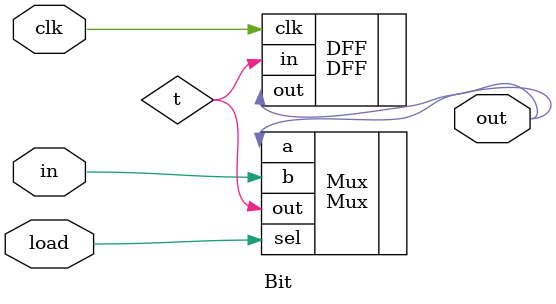
<source format=v>
module Bit (
  input wire clk, in, load,
  output wire out
);

wire t;

Mux Mux(.a(out), .b(in), .sel(load), .out(t));
DFF DFF(.clk(clk), .in(t), .out(out));

endmodule

</source>
